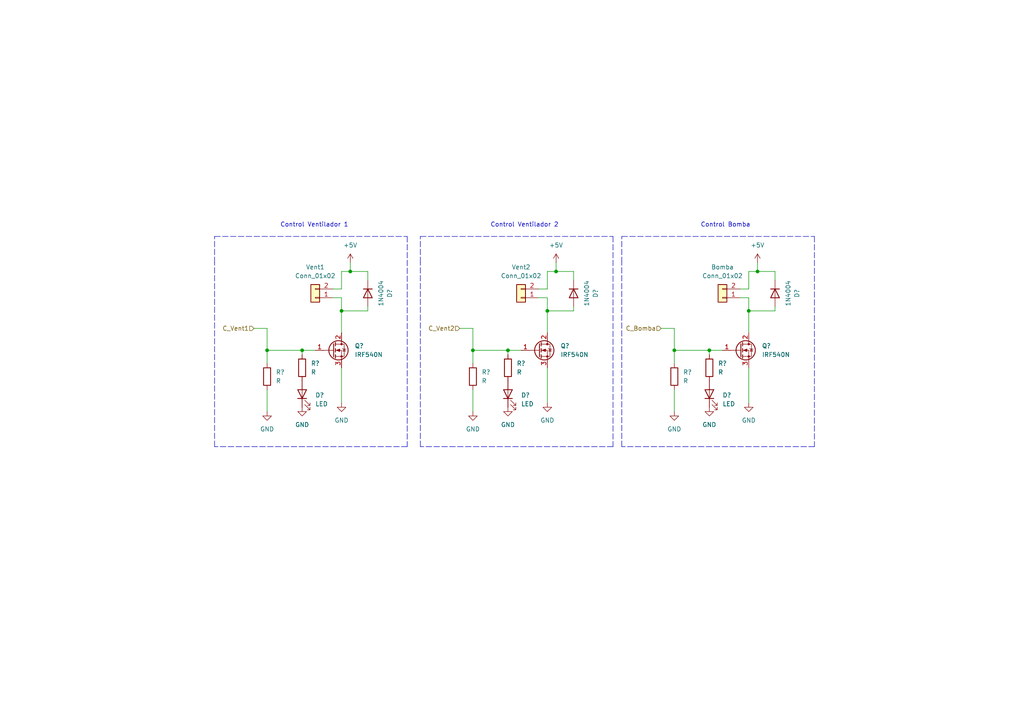
<source format=kicad_sch>
(kicad_sch (version 20211123) (generator eeschema)
  (paper "A4")
  (lib_symbols
    (symbol "Connector_Generic:Conn_01x02" (pin_names (offset 1.016) hide)
      (property "Reference" "J" (at 0 2.54 0))
      (property "Value" "Conn_01x02" (at 0 -5.08 0))
      (symbol "Conn_01x02_1_1"
        (rectangle (start -1.27 -2.413) (end 0 -2.667) (stroke (width 0.1524)))
        (rectangle (start -1.27 0.127) (end 0 -0.127) (stroke (width 0.1524)))
        (rectangle (start -1.27 1.27) (end 1.27 -3.81) (stroke (width 0.254)) (fill (type background)))
        (pin passive line (at -5.08 0 0) (length 3.81) (name "Pin_1") (number "1"))
        (pin passive line (at -5.08 -2.54 0) (length 3.81) (name "Pin_2") (number "2"))
      )
    )
    (symbol "Device:LED" (pin_numbers hide) (pin_names (offset 1.016) hide)
      (property "Reference" "D" (at 0 2.54 0))
      (property "Value" "LED" (at 0 -2.54 0))
      (symbol "LED_0_1"
        (polyline (pts (xy -1.27 -1.27) (xy -1.27 1.27)) (stroke (width 0.254)))
        (polyline (pts (xy -1.27 0) (xy 1.27 0)))
        (polyline (pts (xy 1.27 -1.27) (xy 1.27 1.27) (xy -1.27 0) (xy 1.27 -1.27)) (stroke (width 0.254)))
        (polyline (pts (xy -3.048 -0.762) (xy -4.572 -2.286) (xy -3.81 -2.286) (xy -4.572 -2.286) (xy -4.572 -1.524)))
        (polyline (pts (xy -1.778 -0.762) (xy -3.302 -2.286) (xy -2.54 -2.286) (xy -3.302 -2.286) (xy -3.302 -1.524)))
      )
      (symbol "LED_1_1"
        (pin passive line (at -3.81 0 0) (length 2.54) (name "K") (number "1"))
        (pin passive line (at 3.81 0 180) (length 2.54) (name "A") (number "2"))
      )
    )
    (symbol "Device:R" (pin_numbers hide) (pin_names (offset 0))
      (property "Reference" "R" (at 2.032 0 90))
      (property "Value" "R" (at 0 0 90))
      (symbol "R_0_1"
        (rectangle (start -1.016 -2.54) (end 1.016 2.54) (stroke (width 0.254)))
      )
      (symbol "R_1_1"
        (pin passive line (at 0 3.81 270) (length 1.27) (name "~") (number "1"))
        (pin passive line (at 0 -3.81 90) (length 1.27) (name "~") (number "2"))
      )
    )
    (symbol "Diode:1N4004" (pin_numbers hide) (pin_names (offset 1.016) hide)
      (property "Reference" "D" (at 0 2.54 0))
      (property "Value" "1N4004" (at 0 -2.54 0))
      (symbol "1N4004_0_1"
        (polyline (pts (xy -1.27 1.27) (xy -1.27 -1.27)) (stroke (width 0.254)))
        (polyline (pts (xy 1.27 0) (xy -1.27 0)))
        (polyline (pts (xy 1.27 1.27) (xy 1.27 -1.27) (xy -1.27 0) (xy 1.27 1.27)) (stroke (width 0.254)))
      )
      (symbol "1N4004_1_1"
        (pin passive line (at -3.81 0 0) (length 2.54) (name "K") (number "1"))
        (pin passive line (at 3.81 0 180) (length 2.54) (name "A") (number "2"))
      )
    )
    (symbol "Transistor_FET:IRF540N" (pin_names hide)
      (property "Reference" "Q" (at 6.35 1.905 0))
      (property "Value" "IRF540N" (at 6.35 0 0))
      (symbol "IRF540N_0_1"
        (polyline (pts (xy 0.254 0) (xy -2.54 0)))
        (polyline (pts (xy 0.254 1.905) (xy 0.254 -1.905)) (stroke (width 0.254)))
        (polyline (pts (xy 0.762 -1.27) (xy 0.762 -2.286)) (stroke (width 0.254)))
        (polyline (pts (xy 0.762 0.508) (xy 0.762 -0.508)) (stroke (width 0.254)))
        (polyline (pts (xy 0.762 2.286) (xy 0.762 1.27)) (stroke (width 0.254)))
        (polyline (pts (xy 2.54 2.54) (xy 2.54 1.778)))
        (polyline (pts (xy 2.54 -2.54) (xy 2.54 0) (xy 0.762 0)))
        (polyline (pts (xy 0.762 -1.778) (xy 3.302 -1.778) (xy 3.302 1.778) (xy 0.762 1.778)))
        (polyline (pts (xy 1.016 0) (xy 2.032 0.381) (xy 2.032 -0.381) (xy 1.016 0)) (fill (type outline)))
        (polyline (pts (xy 2.794 0.508) (xy 2.921 0.381) (xy 3.683 0.381) (xy 3.81 0.254)))
        (polyline (pts (xy 3.302 0.381) (xy 2.921 -0.254) (xy 3.683 -0.254) (xy 3.302 0.381)))
        (circle (center 1.651 0) (radius 2.794) (stroke (width 0.254)))
        (circle (center 2.54 -1.778) (radius 0.254) (fill (type outline)))
        (circle (center 2.54 1.778) (radius 0.254) (fill (type outline)))
      )
      (symbol "IRF540N_1_1"
        (pin input line (at -5.08 0 0) (length 2.54) (name "G") (number "1"))
        (pin passive line (at 2.54 5.08 270) (length 2.54) (name "D") (number "2"))
        (pin passive line (at 2.54 -5.08 90) (length 2.54) (name "S") (number "3"))
      )
    )
    (symbol "power:+5V" (power) (pin_names (offset 0))
      (property "Value" "+5V" (at 0 3.556 0))
      (symbol "+5V_0_1"
        (polyline (pts (xy -0.762 1.27) (xy 0 2.54)))
        (polyline (pts (xy 0 0) (xy 0 2.54)))
        (polyline (pts (xy 0 2.54) (xy 0.762 1.27)))
      )
      (symbol "+5V_1_1"
        (pin power_in line (at 0 0 90) (length 0) hide (name "+5V") (number "1"))
      )
    )
    (symbol "power:GND" (power) (pin_names (offset 0))
      (property "Value" "GND" (at 0 -3.81 0))
      (symbol "GND_0_1"
        (polyline (pts (xy 0 0) (xy 0 -1.27) (xy 1.27 -1.27) (xy 0 -2.54) (xy -1.27 -1.27) (xy 0 -1.27)))
      )
      (symbol "GND_1_1"
        (pin power_in line (at 0 0 270) (length 0) hide (name "GND") (number "1"))
      )
    )
  )
  (junction (at 137.16 101.6))
  (junction (at 158.75 90.17))
  (junction (at 195.58 101.6))
  (junction (at 147.32 101.6))
  (junction (at 217.17 90.17))
  (junction (at 77.47 101.6))
  (junction (at 99.06 90.17))
  (junction (at 161.29 78.74))
  (junction (at 101.6 78.74))
  (junction (at 87.63 101.6))
  (junction (at 219.71 78.74))
  (junction (at 205.74 101.6))
  (polyline (pts (xy 236.22 129.54) (xy 180.34 129.54)))
  (wire (pts (xy 77.47 113.03) (xy 77.47 119.38)))
  (polyline (pts (xy 180.34 129.54) (xy 180.34 76.2)))
  (polyline (pts (xy 177.8 68.58) (xy 177.8 129.54)))
  (wire (pts (xy 158.75 78.74) (xy 158.75 83.82)))
  (wire (pts (xy 96.52 86.36) (xy 99.06 86.36)))
  (polyline (pts (xy 121.92 76.2) (xy 121.92 68.58)))
  (polyline (pts (xy 62.23 76.2) (xy 62.23 68.58)))
  (wire (pts (xy 156.21 83.82) (xy 158.75 83.82)))
  (wire (pts (xy 158.75 90.17) (xy 158.75 86.36)))
  (wire (pts (xy 195.58 113.03) (xy 195.58 119.38)))
  (wire (pts (xy 224.79 88.9) (xy 224.79 90.17)))
  (polyline (pts (xy 118.11 129.54) (xy 62.23 129.54)))
  (wire (pts (xy 217.17 106.68) (xy 217.17 116.84)))
  (wire (pts (xy 161.29 76.2) (xy 161.29 78.74)))
  (wire (pts (xy 217.17 90.17) (xy 224.79 90.17)))
  (wire (pts (xy 151.13 101.6) (xy 147.32 101.6)))
  (wire (pts (xy 137.16 95.25) (xy 137.16 101.6)))
  (wire (pts (xy 99.06 90.17) (xy 99.06 86.36)))
  (wire (pts (xy 137.16 113.03) (xy 137.16 119.38)))
  (wire (pts (xy 219.71 76.2) (xy 219.71 78.74)))
  (wire (pts (xy 106.68 88.9) (xy 106.68 90.17)))
  (wire (pts (xy 73.66 95.25) (xy 77.47 95.25)))
  (wire (pts (xy 166.37 81.28) (xy 166.37 78.74)))
  (wire (pts (xy 205.74 101.6) (xy 195.58 101.6)))
  (wire (pts (xy 101.6 78.74) (xy 106.68 78.74)))
  (wire (pts (xy 99.06 90.17) (xy 99.06 96.52)))
  (wire (pts (xy 219.71 78.74) (xy 224.79 78.74)))
  (wire (pts (xy 158.75 90.17) (xy 158.75 96.52)))
  (wire (pts (xy 214.63 83.82) (xy 217.17 83.82)))
  (wire (pts (xy 158.75 78.74) (xy 161.29 78.74)))
  (wire (pts (xy 224.79 81.28) (xy 224.79 78.74)))
  (wire (pts (xy 214.63 86.36) (xy 217.17 86.36)))
  (wire (pts (xy 195.58 95.25) (xy 195.58 101.6)))
  (polyline (pts (xy 180.34 68.58) (xy 236.22 68.58)))
  (wire (pts (xy 158.75 106.68) (xy 158.75 116.84)))
  (wire (pts (xy 166.37 88.9) (xy 166.37 90.17)))
  (polyline (pts (xy 62.23 68.58) (xy 118.11 68.58)))
  (polyline (pts (xy 177.8 129.54) (xy 121.92 129.54)))
  (wire (pts (xy 156.21 86.36) (xy 158.75 86.36)))
  (wire (pts (xy 106.68 81.28) (xy 106.68 78.74)))
  (polyline (pts (xy 121.92 129.54) (xy 121.92 76.2)))
  (wire (pts (xy 137.16 101.6) (xy 137.16 105.41)))
  (wire (pts (xy 87.63 101.6) (xy 77.47 101.6)))
  (polyline (pts (xy 118.11 68.58) (xy 118.11 129.54)))
  (wire (pts (xy 99.06 78.74) (xy 101.6 78.74)))
  (wire (pts (xy 158.75 90.17) (xy 166.37 90.17)))
  (wire (pts (xy 205.74 101.6) (xy 205.74 102.87)))
  (wire (pts (xy 87.63 101.6) (xy 87.63 102.87)))
  (wire (pts (xy 217.17 90.17) (xy 217.17 86.36)))
  (wire (pts (xy 209.55 101.6) (xy 205.74 101.6)))
  (wire (pts (xy 195.58 101.6) (xy 195.58 105.41)))
  (polyline (pts (xy 180.34 76.2) (xy 180.34 68.58)))
  (wire (pts (xy 99.06 90.17) (xy 106.68 90.17)))
  (wire (pts (xy 133.35 95.25) (xy 137.16 95.25)))
  (wire (pts (xy 217.17 78.74) (xy 219.71 78.74)))
  (wire (pts (xy 77.47 95.25) (xy 77.47 101.6)))
  (polyline (pts (xy 62.23 129.54) (xy 62.23 76.2)))
  (wire (pts (xy 147.32 101.6) (xy 137.16 101.6)))
  (polyline (pts (xy 121.92 68.58) (xy 177.8 68.58)))
  (wire (pts (xy 96.52 83.82) (xy 99.06 83.82)))
  (wire (pts (xy 191.77 95.25) (xy 195.58 95.25)))
  (wire (pts (xy 99.06 78.74) (xy 99.06 83.82)))
  (wire (pts (xy 77.47 101.6) (xy 77.47 105.41)))
  (wire (pts (xy 99.06 106.68) (xy 99.06 116.84)))
  (wire (pts (xy 91.44 101.6) (xy 87.63 101.6)))
  (wire (pts (xy 217.17 78.74) (xy 217.17 83.82)))
  (polyline (pts (xy 236.22 68.58) (xy 236.22 129.54)))
  (wire (pts (xy 161.29 78.74) (xy 166.37 78.74)))
  (wire (pts (xy 147.32 101.6) (xy 147.32 102.87)))
  (wire (pts (xy 101.6 76.2) (xy 101.6 78.74)))
  (wire (pts (xy 217.17 90.17) (xy 217.17 96.52)))
  (text "Control Bomba" (at 203.2 66.04 0) (effects (font (size 1.27 1.27)) (justify left bottom)))
  (text "Control Ventilador 1" (at 81.28 66.04 0) (effects (font (size 1.27 1.27)) (justify left bottom)))
  (text "Control Ventilador 2" (at 142.24 66.04 0) (effects (font (size 1.27 1.27)) (justify left bottom)))
  (hierarchical_label "C_Bomba" (shape input) (at 191.77 95.25 180))
  (hierarchical_label "C_Vent2" (shape input) (at 133.35 95.25 180))
  (hierarchical_label "C_Vent1" (shape input) (at 73.66 95.25 180))
  (symbol (lib_id "Device:R") (at 87.63 106.68 0) (unit 1)
    (property "Reference" "R?" (at 90.17 105.4099 0) (effects (justify left)))
    (property "Value" "R" (at 90.17 107.9499 0) (effects (justify left)))
  )
  (symbol (lib_id "Device:LED") (at 147.32 114.3 90) (unit 1)
    (property "Reference" "D?" (at 151.13 114.6174 90) (effects (justify right)))
    (property "Value" "LED" (at 151.13 117.1574 90) (effects (justify right)))
  )
  (symbol (lib_id "Device:R") (at 77.47 109.22 0) (unit 1)
    (property "Reference" "R?" (at 80.01 107.9499 0) (effects (justify left)))
    (property "Value" "R" (at 80.01 110.4899 0) (effects (justify left)))
  )
  (symbol (lib_id "Connector_Generic:Conn_01x02") (at 151.13 86.36 180) (unit 1)
    (property "Reference" "Vent2" (at 151.13 77.47 0))
    (property "Value" "Conn_01x02" (at 151.13 80.01 0))
  )
  (symbol (lib_id "Transistor_FET:IRF540N") (at 96.52 101.6 0) (unit 1)
    (property "Reference" "Q?" (at 102.87 100.3299 0) (effects (justify left)))
    (property "Value" "IRF540N" (at 102.87 102.8699 0) (effects (justify left)))
    (property "Footprint" "Package_TO_SOT_THT:TO-220-3_Vertical" (effects hide))
    (property "Datasheet" "http://www.irf.com/product-info/datasheets/data/irf540n.pdf" (effects hide))
  )
  (symbol (lib_id "Device:LED") (at 87.63 114.3 90) (unit 1)
    (property "Reference" "D?" (at 91.44 114.6174 90) (effects (justify right)))
    (property "Value" "LED" (at 91.44 117.1574 90) (effects (justify right)))
  )
  (symbol (lib_id "power:GND") (at 137.16 119.38 0) (unit 1)
    (property "Reference" "#PWR?" (effects hide))
    (property "Value" "GND" (at 137.16 124.46 0))
  )
  (symbol (lib_id "Connector_Generic:Conn_01x02") (at 91.44 86.36 180) (unit 1)
    (property "Reference" "Vent1" (at 91.44 77.47 0))
    (property "Value" "Conn_01x02" (at 91.44 80.01 0))
  )
  (symbol (lib_id "Connector_Generic:Conn_01x02") (at 209.55 86.36 180) (unit 1)
    (property "Reference" "Bomba" (at 209.55 77.47 0))
    (property "Value" "Conn_01x02" (at 209.55 80.01 0))
  )
  (symbol (lib_id "power:+5V") (at 101.6 76.2 0) (unit 1)
    (property "Reference" "#PWR?" (effects hide))
    (property "Value" "+5V" (at 101.6 71.12 0))
  )
  (symbol (lib_id "power:GND") (at 147.32 118.11 0) (unit 1)
    (property "Reference" "#PWR?" (effects hide))
    (property "Value" "GND" (at 147.32 123.19 0))
  )
  (symbol (lib_id "Device:LED") (at 205.74 114.3 90) (unit 1)
    (property "Reference" "D?" (at 209.55 114.6174 90) (effects (justify right)))
    (property "Value" "LED" (at 209.55 117.1574 90) (effects (justify right)))
  )
  (symbol (lib_id "power:GND") (at 87.63 118.11 0) (unit 1)
    (property "Reference" "#PWR?" (effects hide))
    (property "Value" "GND" (at 87.63 123.19 0))
  )
  (symbol (lib_id "power:GND") (at 205.74 118.11 0) (unit 1)
    (property "Reference" "#PWR?" (effects hide))
    (property "Value" "GND" (at 205.74 123.19 0))
  )
  (symbol (lib_id "power:GND") (at 158.75 116.84 0) (unit 1)
    (property "Reference" "#PWR?" (effects hide))
    (property "Value" "GND" (at 158.75 121.92 0))
  )
  (symbol (lib_id "Transistor_FET:IRF540N") (at 156.21 101.6 0) (unit 1)
    (property "Reference" "Q?" (at 162.56 100.3299 0) (effects (justify left)))
    (property "Value" "IRF540N" (at 162.56 102.8699 0) (effects (justify left)))
    (property "Footprint" "Package_TO_SOT_THT:TO-220-3_Vertical" (effects hide))
    (property "Datasheet" "http://www.irf.com/product-info/datasheets/data/irf540n.pdf" (effects hide))
  )
  (symbol (lib_id "Device:R") (at 137.16 109.22 0) (unit 1)
    (property "Reference" "R?" (at 139.7 107.9499 0) (effects (justify left)))
    (property "Value" "R" (at 139.7 110.4899 0) (effects (justify left)))
  )
  (symbol (lib_id "Device:R") (at 195.58 109.22 0) (unit 1)
    (property "Reference" "R?" (at 198.12 107.9499 0) (effects (justify left)))
    (property "Value" "R" (at 198.12 110.4899 0) (effects (justify left)))
  )
  (symbol (lib_id "Diode:1N4004") (at 166.37 85.09 270) (unit 1)
    (property "Reference" "D?" (at 172.72 85.09 0))
    (property "Value" "1N4004" (at 170.18 85.09 0))
    (property "Footprint" "Diode_THT:D_DO-41_SOD81_P10.16mm_Horizontal" (effects hide))
    (property "Datasheet" "http://www.vishay.com/docs/88503/1n4001.pdf" (effects hide))
  )
  (symbol (lib_id "Device:R") (at 147.32 106.68 0) (unit 1)
    (property "Reference" "R?" (at 149.86 105.4099 0) (effects (justify left)))
    (property "Value" "R" (at 149.86 107.9499 0) (effects (justify left)))
  )
  (symbol (lib_id "Device:R") (at 205.74 106.68 0) (unit 1)
    (property "Reference" "R?" (at 208.28 105.4099 0) (effects (justify left)))
    (property "Value" "R" (at 208.28 107.9499 0) (effects (justify left)))
  )
  (symbol (lib_id "power:GND") (at 195.58 119.38 0) (unit 1)
    (property "Reference" "#PWR?" (effects hide))
    (property "Value" "GND" (at 195.58 124.46 0))
  )
  (symbol (lib_id "power:GND") (at 99.06 116.84 0) (unit 1)
    (property "Reference" "#PWR?" (effects hide))
    (property "Value" "GND" (at 99.06 121.92 0))
  )
  (symbol (lib_id "Diode:1N4004") (at 224.79 85.09 270) (unit 1)
    (property "Reference" "D?" (at 231.14 85.09 0))
    (property "Value" "1N4004" (at 228.6 85.09 0))
    (property "Footprint" "Diode_THT:D_DO-41_SOD81_P10.16mm_Horizontal" (effects hide))
    (property "Datasheet" "http://www.vishay.com/docs/88503/1n4001.pdf" (effects hide))
  )
  (symbol (lib_id "Transistor_FET:IRF540N") (at 214.63 101.6 0) (unit 1)
    (property "Reference" "Q?" (at 220.98 100.3299 0) (effects (justify left)))
    (property "Value" "IRF540N" (at 220.98 102.8699 0) (effects (justify left)))
    (property "Footprint" "Package_TO_SOT_THT:TO-220-3_Vertical" (effects hide))
    (property "Datasheet" "http://www.irf.com/product-info/datasheets/data/irf540n.pdf" (effects hide))
  )
  (symbol (lib_id "power:+5V") (at 219.71 76.2 0) (unit 1)
    (property "Reference" "#PWR?" (effects hide))
    (property "Value" "+5V" (at 219.71 71.12 0))
  )
  (symbol (lib_id "Diode:1N4004") (at 106.68 85.09 270) (unit 1)
    (property "Reference" "D?" (at 113.03 85.09 0))
    (property "Value" "1N4004" (at 110.49 85.09 0))
    (property "Footprint" "Diode_THT:D_DO-41_SOD81_P10.16mm_Horizontal" (effects hide))
    (property "Datasheet" "http://www.vishay.com/docs/88503/1n4001.pdf" (effects hide))
  )
  (symbol (lib_id "power:+5V") (at 161.29 76.2 0) (unit 1)
    (property "Reference" "#PWR?" (effects hide))
    (property "Value" "+5V" (at 161.29 71.12 0))
  )
  (symbol (lib_id "power:GND") (at 77.47 119.38 0) (unit 1)
    (property "Reference" "#PWR?" (effects hide))
    (property "Value" "GND" (at 77.47 124.46 0))
  )
  (symbol (lib_id "power:GND") (at 217.17 116.84 0) (unit 1)
    (property "Reference" "#PWR?" (effects hide))
    (property "Value" "GND" (at 217.17 121.92 0))
  )
)
</source>
